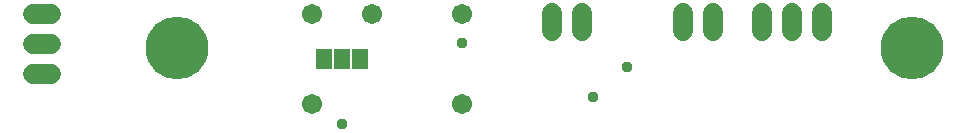
<source format=gbs>
G04 EAGLE Gerber RS-274X export*
G75*
%MOMM*%
%FSLAX34Y34*%
%LPD*%
%INBottom Solder Mask*%
%IPPOS*%
%AMOC8*
5,1,8,0,0,1.08239X$1,22.5*%
G01*
%ADD10C,5.308600*%
%ADD11C,1.711200*%
%ADD12C,1.711200*%
%ADD13R,1.371600X1.803400*%
%ADD14C,0.959600*%


D10*
X190500Y98425D03*
X812800Y98425D03*
D11*
X304800Y50800D03*
X431800Y50800D03*
X431800Y127000D03*
X355600Y127000D03*
X304800Y127000D03*
D12*
X83740Y76200D02*
X68660Y76200D01*
X68660Y101600D02*
X83740Y101600D01*
X83740Y127000D02*
X68660Y127000D01*
X619125Y128190D02*
X619125Y113110D01*
X644525Y113110D02*
X644525Y128190D01*
X508000Y128190D02*
X508000Y113110D01*
X533400Y113110D02*
X533400Y128190D01*
X685800Y128190D02*
X685800Y113110D01*
X711200Y113110D02*
X711200Y128190D01*
X736600Y128190D02*
X736600Y113110D01*
D13*
X345440Y88900D03*
X330200Y88900D03*
X314960Y88900D03*
D14*
X330200Y33980D03*
X542925Y57150D03*
X571500Y82758D03*
X432195Y102357D03*
M02*

</source>
